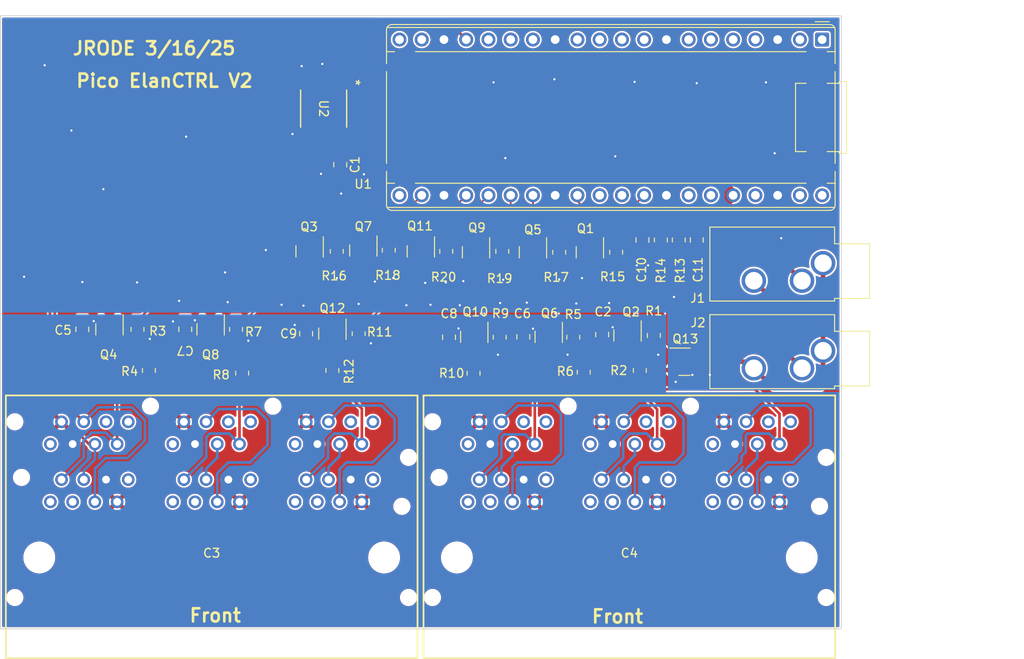
<source format=kicad_pcb>
(kicad_pcb (version 20241229) (generator "pcbnew") (generator_version "9.0")
  (layers (0 "F.Cu" signal) (2 "B.Cu" signal) (13 "F.Paste" user) (15 "B.Paste" user) (5 "F.SilkS" user "F.Silkscreen") (7 "B.SilkS" user "B.Silkscreen") (1 "F.Mask" user) (3 "B.Mask" user) (25 "Edge.Cuts" user))
  (net 0 "")
  (net 1 "+12V")
  (net 2 "GND")
  (net 3 "+3.3V")
  (net 4 "/Level Shifter1/out")
  (net 5 "/rj45S/485+")
  (net 6 "/rj45S/485-")
  (net 7 "/Level Shifter2/in")
  (net 8 "Net-(Q1-D)")
  (net 9 "/Level Shifter1/in")
  (net 10 "/Level Shifter3/in")
  (net 11 "Net-(Q5-D)")
  (net 12 "/Level Shifter4/in")
  (net 13 "Net-(Q7-D)")
  (net 14 "/Level Shifter5/in")
  (net 15 "Net-(Q10-G)")
  (net 16 "/Level Shifter6/in")
  (net 17 "Net-(Q11-D)")
  (net 18 "/Level Shifter2/out")
  (net 19 "/Level Shifter3/out")
  (net 20 "/Level Shifter4/out")
  (net 21 "/Level Shifter5/out")
  (net 22 "/Level Shifter6/out")
  (net 45 "Net-(C3B-B4)")
  (net 46 "Net-(C3B-B5)")
  (net 47 "Net-(C4B-B4)")
  (net 48 "Net-(C4A-A4)")
  (net 49 "Net-(C4C-C4)")
  (net 50 "Net-(C4A-A5)")
  (net 51 "Net-(C4C-C5)")
  (net 52 "Net-(C4B-B5)")
  (net 53 "Net-(Q3-D)")
  (net 90 "Net-(Q13-D)")
  (net 91 "Net-(J1-PadT)")
  (net 93 "Net-(U1-GPIO13)")
  (net 94 "Net-(J2-PadT)")
  (net 95 "Net-(Q13-G)")
  (net 96 "Net-(Q2-D)")
  (net 97 "Net-(Q4-D)")
  (net 98 "Net-(Q6-D)")
  (net 99 "Net-(Q8-D)")
  (net 100 "Net-(Q10-D)")
  (net 101 "Net-(Q12-D)")
  (net 103 "Net-(C3A-A5)")
  (net 104 "Net-(C3A-A4)")
  (footprint "Package_TO_SOT_SMD:SOT-23" (layer "F.Cu") (at 177.6 81.5 -90)
    (property "Reference" "Q2")
    (property "Value" "AO3401A")
  )
  (footprint "Resistor_SMD:R_0805_2012Metric_Pad1.20x1.40mm_HandSolder" (layer "F.Cu") (at 144.4 71.9 90)
    (property "Reference" "R16")
    (property "Value" "10k")
  )
  (footprint "Capacitor_SMD:C_0805_2012Metric_Pad1.18x1.45mm_HandSolder" (layer "F.Cu") (at 127.1 80.8 -90)
    (property "Reference" "C7")
    (property "Value" "10uF")
  )
  (footprint "Package_TO_SOT_SMD:SOT-23" (layer "F.Cu") (at 168.6 81.6625 -90)
    (property "Reference" "Q6")
    (property "Value" "AO3401A")
  )
  (footprint "Resistor_SMD:R_0805_2012Metric_Pad1.20x1.40mm_HandSolder" (layer "F.Cu") (at 169.8 72 90)
    (property "Reference" "R17")
    (property "Value" "10k")
  )
  (footprint "Package_TO_SOT_SMD:SOT-23" (layer "F.Cu") (at 118.45 80.8 -90)
    (property "Reference" "Q4")
    (property "Value" "AO3401A")
  )
  (footprint "Resistor_SMD:R_0805_2012Metric_Pad1.20x1.40mm_HandSolder" (layer "F.Cu") (at 156.9 71.9 90)
    (property "Reference" "R20")
    (property "Value" "10k")
  )
  (footprint "Module:RaspberryPi_Pico_Common_THT" (layer "F.Cu") (at 199.82 47.72 -90)
    (property "Reference" "U1")
    (property "Value" "Pico")
  )
  (footprint "AudioJack:Jack_3.5mm_CUI_SJ1-3533NG_Horizontal_CircularHoles" (layer "F.Cu") (at 199.92 83.25 -90)
    (property "Reference" "J2")
    (property "Value" "AudioJack2")
  )
  (footprint "Package_TO_SOT_SMD:SOT-23" (layer "F.Cu") (at 160.3 72 -90)
    (property "Reference" "Q9")
    (property "Value" "2N7002")
  )
  (footprint "Resistor_SMD:R_0805_2012Metric_Pad1.20x1.40mm_HandSolder" (layer "F.Cu") (at 122.95 85.5 -90)
    (property "Reference" "R4")
    (property "Value" "100")
  )
  (footprint "Library:5569256-1" (layer "F.Cu") (at 158.12 106.85)
    (property "Reference" "C4")
    (property "Value" "CONN MOD JACK 8P8C R/A SHIELDED")
  )
  (footprint "Resistor_SMD:R_0805_2012Metric_Pad1.20x1.40mm_HandSolder" (layer "F.Cu") (at 146.9 81.3 -90)
    (property "Reference" "R11")
    (property "Value" "1k")
  )
  (footprint "Capacitor_SMD:C_0805_2012Metric_Pad1.18x1.45mm_HandSolder" (layer "F.Cu") (at 144.8 62 -90)
    (property "Reference" "C1")
    (property "Value" "10uF")
  )
  (footprint "Resistor_SMD:R_0805_2012Metric_Pad1.20x1.40mm_HandSolder" (layer "F.Cu") (at 163 81.7 -90)
    (property "Reference" "R9")
    (property "Value" "1k")
  )
  (footprint "Resistor_SMD:R_0805_2012Metric_Pad1.20x1.40mm_HandSolder" (layer "F.Cu") (at 179 85.5 -90)
    (property "Reference" "R2")
    (property "Value" "100")
  )
  (footprint "Package_TO_SOT_SMD:SOT-23" (layer "F.Cu") (at 130 80.8 -90)
    (property "Reference" "Q8")
    (property "Value" "AO3401A")
  )
  (footprint "Capacitor_SMD:C_0805_2012Metric_Pad1.18x1.45mm_HandSolder" (layer "F.Cu") (at 165.7 81.6625 -90)
    (property "Reference" "C6")
    (property "Value" "10uF")
  )
  (footprint "Resistor_SMD:R_0805_2012Metric_Pad1.20x1.40mm_HandSolder" (layer "F.Cu") (at 171.4 81.7 -90)
    (property "Reference" "R5")
    (property "Value" "1k")
  )
  (footprint "Resistor_SMD:R_0805_2012Metric_Pad1.20x1.40mm_HandSolder" (layer "F.Cu") (at 183.45 70.6 -90)
    (property "Reference" "R13")
    (property "Value" "100")
  )
  (footprint "Resistor_SMD:R_0805_2012Metric_Pad1.20x1.40mm_HandSolder" (layer "F.Cu") (at 121.65 80.8 -90)
    (property "Reference" "R3")
    (property "Value" "1k")
  )
  (footprint "Package_TO_SOT_SMD:SOT-23" (layer "F.Cu") (at 160.1 81.6625 -90)
    (property "Reference" "Q10")
    (property "Value" "AO3401A")
  )
  (footprint "Package_TO_SOT_SMD:SOT-23" (layer "F.Cu") (at 147.43475 71.79725 -90)
    (property "Reference" "Q7")
    (property "Value" "2N7002")
  )
  (footprint "Capacitor_SMD:C_0805_2012Metric_Pad1.18x1.45mm_HandSolder" (layer "F.Cu") (at 115.35 80.8 -90)
    (property "Reference" "C5")
    (property "Value" "10uF")
  )
  (footprint "Resistor_SMD:R_0805_2012Metric_Pad1.20x1.40mm_HandSolder" (layer "F.Cu") (at 172.6 85.7 -90)
    (property "Reference" "R6")
    (property "Value" "100")
  )
  (footprint "Capacitor_SMD:C_0805_2012Metric_Pad1.18x1.45mm_HandSolder" (layer "F.Cu") (at 179.3 70.6 -90)
    (property "Reference" "C10")
    (property "Value" "10uF")
  )
  (footprint "Package_TO_SOT_SMD:SOT-23" (layer "F.Cu") (at 166.8 72 -90)
    (property "Reference" "Q5")
    (property "Value" "2N7002")
  )
  (footprint "Capacitor_SMD:C_0805_2012Metric_Pad1.18x1.45mm_HandSolder" (layer "F.Cu") (at 140.9 81.3 -90)
    (property "Reference" "C9")
    (property "Value" "10uF")
  )
  (footprint "Library:NSOIC-8" (layer "F.Cu") (at 142.9 55.6 -90)
    (property "Reference" "U2")
    (property "Value" "SP3485")
  )
  (footprint "Capacitor_SMD:C_0805_2012Metric_Pad1.18x1.45mm_HandSolder" (layer "F.Cu") (at 185.5 70.6 -90)
    (property "Reference" "C11")
    (property "Value" "10uF")
  )
  (footprint "Package_TO_SOT_SMD:SOT-23" (layer "F.Cu") (at 143.9 81.3 -90)
    (property "Reference" "Q12")
    (property "Value" "AO3401A")
  )
  (footprint "Resistor_SMD:R_0805_2012Metric_Pad1.20x1.40mm_HandSolder" (layer "F.Cu") (at 163.3 71.9 90)
    (property "Reference" "R19")
    (property "Value" "10k")
  )
  (footprint "Package_TO_SOT_SMD:SOT-23" (layer "F.Cu") (at 173.3 72 -90)
    (property "Reference" "Q1")
    (property "Value" "2N7002")
  )
  (footprint "Capacitor_SMD:C_0805_2012Metric_Pad1.18x1.45mm_HandSolder" (layer "F.Cu") (at 157.22 81.7125 -90)
    (property "Reference" "C8")
    (property "Value" "10uF")
  )
  (footprint "Resistor_SMD:R_0805_2012Metric_Pad1.20x1.40mm_HandSolder" (layer "F.Cu") (at 132.9 80.8 -90)
    (property "Reference" "R7")
    (property "Value" "1k")
  )
  (footprint "Capacitor_SMD:C_0805_2012Metric_Pad1.18x1.45mm_HandSolder" (layer "F.Cu") (at 174.7 81.4 -90)
    (property "Reference" "C2")
    (property "Value" "10uF")
  )
  (footprint "AudioJack:Jack_3.5mm_CUI_SJ1-3533NG_Horizontal_CircularHoles" (layer "F.Cu") (at 199.92 73.25 -90)
    (property "Reference" "J1")
    (property "Value" "AudioJack2")
  )
  (footprint "Library:5569256-1" (layer "F.Cu") (at 110.435 106.85)
    (property "Reference" "C3")
    (property "Value" "CONN MOD JACK 8P8C R/A SHIELDED")
  )
  (footprint "Package_TO_SOT_SMD:SOT-23" (layer "F.Cu") (at 141.3 71.9 -90)
    (property "Reference" "Q3")
    (property "Value" "2N7002")
  )
  (footprint "Resistor_SMD:R_0805_2012Metric_Pad1.20x1.40mm_HandSolder" (layer "F.Cu") (at 176.3 72 90)
    (property "Reference" "R15")
    (property "Value" "10k")
  )
  (footprint "Resistor_SMD:R_0805_2012Metric_Pad1.20x1.40mm_HandSolder" (layer "F.Cu") (at 150.33475 71.76525 90)
    (property "Reference" "R18")
    (property "Value" "10k")
  )
  (footprint "Resistor_SMD:R_0805_2012Metric_Pad1.20x1.40mm_HandSolder" (layer "F.Cu") (at 133.6 85.8 -90)
    (property "Reference" "R8")
    (property "Value" "100")
  )
  (footprint "Resistor_SMD:R_0805_2012Metric_Pad1.20x1.40mm_HandSolder" (layer "F.Cu") (at 180.6 81.5 -90)
    (property "Reference" "R1")
    (property "Value" "1k")
  )
  (footprint "Package_TO_SOT_SMD:SOT-23" (layer "F.Cu") (at 184.1 84.5)
    (property "Reference" "Q13")
    (property "Value" "2N7002")
  )
  (footprint "Resistor_SMD:R_0805_2012Metric_Pad1.20x1.40mm_HandSolder" (layer "F.Cu") (at 160.02 85.8125 -90)
    (property "Reference" "R10")
    (property "Value" "100")
  )
  (footprint "Resistor_SMD:R_0805_2012Metric_Pad1.20x1.40mm_HandSolder" (layer "F.Cu") (at 181.4 70.6 -90)
    (property "Reference" "R14")
    (property "Value" "100")
  )
  (footprint "Resistor_SMD:R_0805_2012Metric_Pad1.20x1.40mm_HandSolder" (layer "F.Cu") (at 143.9 85.5 -90)
    (property "Reference" "R12")
    (property "Value" "100")
  )
  (footprint "Package_TO_SOT_SMD:SOT-23" (layer "F.Cu") (at 154 71.9 -90)
    (property "Reference" "Q11")
    (property "Value" "2N7002")
  )
  (gr_rect (start 106 45) (end 202 115) (stroke (width 0.1)) (fill no) (layer "Edge.Cuts"))
  (gr_text "JRODE 3/16/25" (at 114.1 49.6 0) (layer "F.SilkS") (effects (font (size 1.5 1.5) (thickness 0.3) (bold yes)) (justify left bottom)))
  (gr_text "Pico ElanCTRL V2" (at 114.5 53.3 0) (layer "F.SilkS") (effects (font (size 1.5 1.5) (thickness 0.3) (bold yes)) (justify left bottom)))
  (segment (start 166.7 80.625) (end 166.8 80.725) (width 0.508) (layer "F.Cu") (net 1))
  (segment (start 127.1 79.7625) (end 128.2 79.7625) (width 0.762) (layer "F.Cu") (net 1))
  (segment (start 174.7 80.3625) (end 175.7 80.3625) (width 0.508) (layer "F.Cu") (net 1))
  (segment (start 117.5 79.8625) (end 116.65 79.8625) (width 0.762) (layer "F.Cu") (net 1))
  (segment (start 125.8375 79.7625) (end 125.7 79.9) (width 0.762) (layer "F.Cu") (net 1))
  (segment (start 158.325 80.725) (end 158.3 80.7) (width 0.508) (layer "F.Cu") (net 1))
  (segment (start 122.95 81.8) (end 123.05 81.9) (width 0.508) (layer "F.Cu") (net 1))
  (segment (start 140.9 80.2625) (end 139.6375 80.2625) (width 0.508) (layer "F.Cu") (net 1))
  (segment (start 167.65 80.725) (end 166.8 80.725) (width 0.508) (layer "F.Cu") (net 1))
  (segment (start 129.05 79.8625) (end 128.3 79.8625) (width 0.762) (layer "F.Cu") (net 1))
  (segment (start 165.7 80.625) (end 166.7 80.625) (width 0.508) (layer "F.Cu") (net 1))
  (segment (start 128.3 79.8625) (end 128.2 79.7625) (width 0.762) (layer "F.Cu") (net 1))
  (segment (start 162.8 83.7) (end 162.8 82.9) (width 0.508) (layer "F.Cu") (net 1))
  (segment (start 121.65 81.8) (end 122.95 81.8) (width 0.508) (layer "F.Cu") (net 1))
  (segment (start 176.65 80.5625) (end 175.9 80.5625) (width 0.508) (layer "F.Cu") (net 1))
  (segment (start 158.3 80.7) (end 157.245 80.7) (width 0.508) (layer "F.Cu") (net 1))
  (segment (start 140.9 80.2625) (end 142.85 80.2625) (width 0.508) (layer "F.Cu") (net 1))
  (segment (start 170.75 83.35) (end 171.4 82.7) (width 0.508) (layer "F.Cu") (net 1))
  (segment (start 180.6 82.5) (end 180.6 83.2) (width 0.508) (layer "F.Cu") (net 1))
  (segment (start 170.75 83.7) (end 170.75 83.35) (width 0.508) (layer "F.Cu") (net 1))
  (segment (start 175.7 80.3625) (end 175.9 80.5625) (width 0.508) (layer "F.Cu") (net 1))
  (segment (start 139.6375 80.2625) (end 139.6 80.3) (width 0.508) (layer "F.Cu") (net 1))
  (segment (start 132.9 81.8) (end 134 81.8) (width 0.508) (layer "F.Cu") (net 1))
  (segment (start 134 81.8) (end 134.3 82.1) (width 0.508) (layer "F.Cu") (net 1))
  (segment (start 127.1 79.7625) (end 125.8375 79.7625) (width 0.762) (layer "F.Cu") (net 1))
  (segment (start 148.2 82.3) (end 148.3 82.4) (width 0.508) (layer "F.Cu") (net 1))
  (segment (start 142.85 80.2625) (end 142.95 80.3625) (width 0.508) (layer "F.Cu") (net 1))
  (segment (start 116.55 79.7625) (end 116.65 79.8625) (width 0.508) (layer "F.Cu") (net 1))
  (segment (start 115.35 79.7625) (end 116.55 79.7625) (width 0.508) (layer "F.Cu") (net 1))
  (segment (start 180.6 83.2) (end 181.1 83.7) (width 0.508) (layer "F.Cu") (net 1))
  (segment (start 159.15 80.725) (end 158.325 80.725) (width 0.508) (layer "F.Cu") (net 1))
  (segment (start 146.9 82.3) (end 148.2 82.3) (width 0.508) (layer "F.Cu") (net 1))
  (via (at 170.75 83.7) (size 0.75) (drill 0.25) (layers "F.Cu" "B.Cu") (net 1))
  (via (at 134.3 82.1) (size 0.75) (drill 0.25) (layers "F.Cu" "B.Cu") (net 1))
  (via (at 139.6 80.3) (size 0.75) (drill 0.25) (layers "F.Cu" "B.Cu") (net 1))
  (via (at 162.8 83.7) (size 0.75) (drill 0.25) (layers "F.Cu" "B.Cu") (net 1))
  (via (at 125.7 79.9) (size 0.75) (drill 0.25) (layers "F.Cu" "B.Cu") (net 1))
  (via (at 148.3 82.4) (size 0.75) (drill 0.25) (layers "F.Cu" "B.Cu") (net 1))
  (via (at 181.1 83.7) (size 0.75) (drill 0.25) (layers "F.Cu" "B.Cu") (net 1))
  (via (at 116.65 79.8625) (size 0.75) (drill 0.25) (layers "F.Cu" "B.Cu") (net 1))
  (via (at 128.2 79.7625) (size 0.75) (drill 0.25) (layers "F.Cu" "B.Cu") (net 1))
  (via (at 158.3 80.7) (size 0.75) (drill 0.25) (layers "F.Cu" "B.Cu") (net 1))
  (via (at 166.8 80.725) (size 0.75) (drill 0.25) (layers "F.Cu" "B.Cu") (net 1))
  (via (at 175.9 80.5625) (size 0.75) (drill 0.25) (layers "F.Cu" "B.Cu") (net 1))
  (via (at 123.05 81.9) (size 0.75) (drill 0.25) (layers "F.Cu" "B.Cu") (net 1))
  (via (at 182.9 77.1) (size 0.75) (drill 0.25) (layers "F.Cu" "B.Cu") (net 2))
  (via (at 169.25 52.25) (size 0.75) (drill 0.25) (layers "F.Cu" "B.Cu") (net 2))
  (via (at 158.45 78.05) (size 0.75) (drill 0.25) (layers "F.Cu" "B.Cu") (net 2))
  (via (at 172.4 74.95) (size 0.75) (drill 0.25) (layers "F.Cu" "B.Cu") (net 2))
  (via (at 175.5 77.8) (size 0.75) (drill 0.25) (layers "F.Cu" "B.Cu") (net 2))
  (via (at 154.5 75.5) (size 0.75) (drill 0.25) (layers "F.Cu" "B.Cu") (net 2))
  (via (at 121.6 75.45) (size 0.75) (drill 0.25) (layers "F.Cu" "B.Cu") (net 2))
  (via (at 146.9 77.9) (size 0.75) (drill 0.25) (layers "F.Cu" "B.Cu") (net 2))
  (via (at 126.4 77.55) (size 0.75) (drill 0.25) (layers "F.Cu" "B.Cu") (net 2))
  (via (at 195.15 70.4) (size 0.75) (drill 0.25) (layers "F.Cu" "B.Cu") (net 2))
  (via (at 176.2 61.05) (size 0.75) (drill 0.25) (layers "F.Cu" "B.Cu") (net 2))
  (via (at 142.6 63.05) (size 0.75) (drill 0.25) (layers "F.Cu" "B.Cu") (net 2))
  (via (at 114.1 58.1) (size 0.75) (drill 0.25) (layers "F.Cu" "B.Cu") (net 2))
  (via (at 179.95 73.5) (size 0.75) (drill 0.25) (layers "F.Cu" "B.Cu") (net 2))
  (via (at 185 86) (size 0.75) (drill 0.25) (layers "F.Cu" "B.Cu") (net 2))
  (via (at 162.3 52.6) (size 0.75) (drill 0.25) (layers "F.Cu" "B.Cu") (net 2))
  (via (at 138.1 78) (size 0.75) (drill 0.25) (layers "F.Cu" "B.Cu") (net 2))
  (via (at 140.6 78.1) (size 0.75) (drill 0.25) (layers "F.Cu" "B.Cu") (net 2))
  (via (at 144.4 74.95) (size 0.75) (drill 0.25) (layers "F.Cu" "B.Cu") (net 2))
  (via (at 108.7 74.8) (size 0.75) (drill 0.25) (layers "F.Cu" "B.Cu") (net 2))
  (via (at 127.2 58.8) (size 0.75) (drill 0.25) (layers "F.Cu" "B.Cu") (net 2))
  (via (at 144.9 65.3) (size 0.75) (drill 0.25) (layers "F.Cu" "B.Cu") (net 2))
  (via (at 131.65 74.3) (size 0.75) (drill 0.25) (layers "F.Cu" "B.Cu") (net 2))
  (via (at 136.3 71.75) (size 0.75) (drill 0.25) (layers "F.Cu" "B.Cu") (net 2))
  (via (at 150.85 74.95) (size 0.75) (drill 0.25) (layers "F.Cu" "B.Cu") (net 2))
  (via (at 178.65 73.5) (size 0.75) (drill 0.25) (layers "F.Cu" "B.Cu") (net 2))
  (via (at 117.75 64.8) (size 0.75) (drill 0.25) (layers "F.Cu" "B.Cu") (net 2))
  (via (at 193.4 52.6) (size 0.75) (drill 0.25) (layers "F.Cu" "B.Cu") (net 2))
  (via (at 152.35 78.05) (size 0.75) (drill 0.25) (layers "F.Cu" "B.Cu") (net 2))
  (via (at 166.1 77.75) (size 0.75) (drill 0.25) (layers "F.Cu" "B.Cu") (net 2))
  (via (at 187 86) (size 0.75) (drill 0.25) (layers "F.Cu" "B.Cu") (net 2))
  (via (at 163.4 75.15) (size 0.75) (drill 0.25) (layers "F.Cu" "B.Cu") (net 2))
  (via (at 171.75 77.85) (size 0.75) (drill 0.25) (layers "F.Cu" "B.Cu") (net 2))
  (via (at 115.35 75.4) (size 0.75) (drill 0.25) (layers "F.Cu" "B.Cu") (net 2))
  (via (at 111.05 50.65) (size 0.75) (drill 0.25) (layers "F.Cu" "B.Cu") (net 2))
  (via (at 148.75 75.35) (size 0.75) (drill 0.25) (layers "F.Cu" "B.Cu") (net 2))
  (via (at 163.05 77.8) (size 0.75) (drill 0.25) (layers "F.Cu" "B.Cu") (net 2))
  (via (at 163.65 61.25) (size 0.75) (drill 0.25) (layers "F.Cu" "B.Cu") (net 2))
  (via (at 158.85 75.3) (size 0.75) (drill 0.25) (layers "F.Cu" "B.Cu") (net 2))
  (via (at 147.5 63.1) (size 0.75) (drill 0.25) (layers "F.Cu" "B.Cu") (net 2))
  (via (at 155.1 78) (size 0.75) (drill 0.25) (layers "F.Cu" "B.Cu") (net 2))
  (via (at 139.35 58.5) (size 0.75) (drill 0.25) (layers "F.Cu" "B.Cu") (net 2))
  (via (at 131.95 77.7) (size 0.75) (drill 0.25) (layers "F.Cu" "B.Cu") (net 2))
  (via (at 156.85 75.45) (size 0.75) (drill 0.25) (layers "F.Cu" "B.Cu") (net 2))
  (via (at 169.8 75.1) (size 0.75) (drill 0.25) (layers "F.Cu" "B.Cu") (net 2))
  (via (at 140.4 50.75) (size 0.75) (drill 0.25) (layers "F.Cu" "B.Cu") (net 2))
  (via (at 142.75 50.5) (size 0.75) (drill 0.25) (layers "F.Cu" "B.Cu") (net 2))
  (via (at 185.5 52.7) (size 0.75) (drill 0.25) (layers "F.Cu" "B.Cu") (net 2))
  (via (at 178.4 52.55) (size 0.75) (drill 0.25) (layers "F.Cu" "B.Cu") (net 2))
  (via (at 183.1 86.8) (size 0.75) (drill 0.25) (layers "F.Cu" "B.Cu") (net 2))
  (via (at 194.4 60.7) (size 0.75) (drill 0.25) (layers "F.Cu" "B.Cu") (net 2))
  (segment (start 185.1225 60.9225) (end 180.7 56.5) (width 1.27) (layer "F.Cu") (net 3))
  (segment (start 179.3 69.5625) (end 181.3625 69.5625) (width 1.27) (layer "F.Cu") (net 3))
  (segment (start 144.805 58.32415) (end 144.805 60.9575) (width 1.27) (layer "F.Cu") (net 3))
  (segment (start 180.7 56.5) (end 146.62915 56.5) (width 1.27) (layer "F.Cu") (net 3))
  (segment (start 146.62915 56.5) (end 144.805 58.32415) (width 1.27) (layer "F.Cu") (net 3))
  (segment (start 189.66 65.5) (end 185.1225 60.9625) (width 1.27) (layer "F.Cu") (net 3))
  (segment (start 183.45 69.6) (end 181.4 69.6) (width 1.27) (layer "F.Cu") (net 3))
  (segment (start 185.5 69.5625) (end 183.4875 69.5625) (width 1.27) (layer "F.Cu") (net 3))
  (segment (start 183.4875 69.5625) (end 183.45 69.6) (width 1.27) (layer "F.Cu") (net 3))
  (segment (start 189.5625 65.5) (end 185.5 69.5625) (width 1.27) (layer "F.Cu") (net 3))
  (segment (start 181.3625 69.5625) (end 181.4 69.6) (width 1.27) (layer "F.Cu") (net 3))
  (segment (start 185.1225 60.9625) (end 185.1225 60.9225) (width 1.27) (layer "F.Cu") (net 3))
  (segment (start 181.7 87.65) (end 192.15 87.65) (width 0.3048) (layer "F.Cu") (net 4))
  (segment (start 192.15 87.65) (end 194.95 90.45) (width 0.3048) (layer "F.Cu") (net 4))
  (segment (start 179 86.5) (end 180.55 86.5) (width 0.3048) (layer "F.Cu") (net 4))
  (segment (start 180.55 86.5) (end 181.7 87.65) (width 0.3048) (layer "F.Cu") (net 4))
  (segment (start 194.95 90.45) (end 194.95 93.9) (width 0.3048) (layer "F.Cu") (net 4))
  (segment (start 190.6 95.3) (end 190.6 95.96) (width 0.3048) (layer "B.Cu") (net 4))
  (segment (start 191.1 92.9) (end 191.1 94.8) (width 0.3048) (layer "B.Cu") (net 4))
  (segment (start 190.6 95.96) (end 188.6 97.96) (width 0.3048) (layer "B.Cu") (net 4))
  (segment (start 193.75 92.7) (end 191.3 92.7) (width 0.3048) (layer "B.Cu") (net 4))
  (segment (start 194.95 93.9) (end 193.75 92.7) (width 0.3048) (layer "B.Cu") (net 4))
  (segment (start 191.1 94.8) (end 190.6 95.3) (width 0.3048) (layer "B.Cu") (net 4))
  (segment (start 191.3 92.7) (end 191.1 92.9) (width 0.3048) (layer "B.Cu") (net 4))
  (segment (start 114.2 90.75) (end 111.65 88.2) (width 0.3048) (layer "F.Cu") (net 5))
  (segment (start 114.2 92) (end 114.2 90.75) (width 0.3048) (layer "F.Cu") (net 5))
  (segment (start 111.65 88.2) (end 111.65 70.75) (width 0.3048) (layer "F.Cu") (net 5))
  (segment (start 142.265 59.535) (end 142.265 58.32415) (width 0.3048) (layer "F.Cu") (net 5))
  (segment (start 116.1 93.9) (end 114.2 92) (width 0.3048) (layer "F.Cu") (net 5))
  (segment (start 112.8 69.6) (end 132.2 69.6) (width 0.3048) (layer "F.Cu") (net 5))
  (segment (start 111.65 70.75) (end 112.8 69.6) (width 0.3048) (layer "F.Cu") (net 5))
  (segment (start 116.785 93.9) (end 116.1 93.9) (width 0.3048) (layer "F.Cu") (net 5))
  (segment (start 132.2 69.6) (end 142.265 59.535) (width 0.3048) (layer "F.Cu") (net 5))
  (segment (start 116.785 95.664696) (end 116.785 93.9) (width 0.3048) (layer "B.Cu") (net 5))
  (segment (start 115.515 96.934696) (end 116.785 95.664696) (width 0.3048) (layer "B.Cu") (net 5))
  (segment (start 115.515 97.96) (end 115.515 96.934696) (width 0.3048) (layer "B.Cu") (net 5))
  (segment (start 112.2 71.3) (end 112.2 88.03469) (width 0.3048) (layer "F.Cu") (net 6))
  (segment (start 113.2 70.3) (end 112.2 71.3) (width 0.3048) (layer "F.Cu") (net 6))
  (segment (start 132.7 70.3) (end 113.2 70.3) (width 0.3048) (layer "F.Cu") (net 6))
  (segment (start 114.7058 90.5508) (end 115.515 91.36) (width 0.3048) (layer "F.Cu") (net 6))
  (segment (start 114.7058 90.54049) (end 114.7058 90.5508) (width 0.3048) (layer "F.Cu") (net 6))
  (segment (start 143.535 58.32415) (end 143.535 59.465) (width 0.3048) (layer "F.Cu") (net 6))
  (segment (start 112.2 88.03469) (end 114.7058 90.54049) (width 0.3048) (layer "F.Cu") (net 6))
  (segment (start 143.535 59.465) (end 132.7 70.3) (width 0.3048) (layer "F.Cu") (net 6))
  (segment (start 121 89.7) (end 117.175 89.7) (width 0.3048) (layer "B.Cu") (net 6))
  (segment (start 120.5 95.5) (end 122.5 93.5) (width 0.3048) (layer "B.Cu") (net 6))
  (segment (start 122.5 93.5) (end 122.5 91.2) (width 0.3048) (layer "B.Cu") (net 6))
  (segment (start 116.785 96.715) (end 118 95.5) (width 0.3048) (layer "B.Cu") (net 6))
  (segment (start 116.785 100.5) (end 116.785 96.715) (width 0.3048) (layer "B.Cu") (net 6))
  (segment (start 122.5 91.2) (end 121 89.7) (width 0.3048) (layer "B.Cu") (net 6))
  (segment (start 118 95.5) (end 120.5 95.5) (width 0.3048) (layer "B.Cu") (net 6))
  (segment (start 117.175 89.7) (end 115.515 91.36) (width 0.3048) (layer "B.Cu") (net 6))
  (segment (start 144.4 70.9) (end 142.3125 70.9) (width 0.2032) (layer "F.Cu") (net 7))
  (segment (start 144.4 69.9) (end 146.8 67.5) (width 0.2032) (layer "F.Cu") (net 7))
  (segment (start 144.4 70.9) (end 144.4 69.9) (width 0.2032) (layer "F.Cu") (net 7))
  (segment (start 146.8 67.5) (end 152.1 67.5) (width 0.2032) (layer "F.Cu") (net 7))
  (segment (start 152.1 67.5) (end 154.1 65.5) (width 0.2032) (layer "F.Cu") (net 7))
  (segment (start 178.55 80.5625) (end 178.55 78.1875) (width 0.2032) (layer "F.Cu") (net 8))
  (segment (start 173.3 72.9375) (end 178.55 78.1875) (width 0.2032) (layer "F.Cu") (net 8))
  (segment (start 180.6 80.5) (end 178.6125 80.5) (width 0.2032) (layer "F.Cu") (net 8))
  (segment (start 174.25 71.0625) (end 174.25 68.55) (width 0.2032) (layer "F.Cu") (net 9))
  (segment (start 174.25 68.55) (end 171.88 66.18) (width 0.2032) (layer "F.Cu") (net 9))
  (segment (start 176.3 71) (end 174.3125 71) (width 0.2032) (layer "F.Cu") (net 9))
  (segment (start 169.8 71) (end 167.8125 71) (width 0.2032) (layer "F.Cu") (net 10))
  (segment (start 167.75 71.0625) (end 167.75 69.05) (width 0.2032) (layer "F.Cu") (net 10))
  (segment (start 166.8 68.1) (end 166.8 65.5) (width 0.2032) (layer "F.Cu") (net 10))
  (segment (start 167.75 69.05) (end 166.8 68.1) (width 0.2032) (layer "F.Cu") (net 10))
  (segment (start 166.8 75.8) (end 166.8 72.9375) (width 0.2032) (layer "F.Cu") (net 11))
  (segment (start 169.55 80.725) (end 169.55 78.55) (width 0.2032) (layer "F.Cu") (net 11))
  (segment (start 169.55 78.55) (end 166.8 75.8) (width 0.2032) (layer "F.Cu") (net 11))
  (segment (start 171.4 80.7) (end 169.575 80.7) (width 0.2032) (layer "F.Cu") (net 11))
  (segment (start 150.33475 70.76525) (end 148.47925 70.76525) (width 0.2032) (layer "F.Cu") (net 12))
  (segment (start 150.33475 70.76525) (end 152.9 68.2) (width 0.2032) (layer "F.Cu") (net 12))
  (segment (start 156.48 68.2) (end 159.18 65.5) (width 0.2032) (layer "F.Cu") (net 12))
  (segment (start 152.9 68.2) (end 156.48 68.2) (width 0.2032) (layer "F.Cu") (net 12))
  (segment (start 132.9 79.8) (end 131.0125 79.8) (width 0.2032) (layer "F.Cu") (net 13))
  (segment (start 147.43475 74.46525) (end 145.05 76.85) (width 0.2032) (layer "F.Cu") (net 13))
  (segment (start 136.85 76.85) (end 133.9 79.8) (width 0.2032) (layer "F.Cu") (net 13))
  (segment (start 147.43475 72.73475) (end 147.43475 74.46525) (width 0.2032) (layer "F.Cu") (net 13))
  (segment (start 133.9 79.8) (end 132.9 79.8) (width 0.2032) (layer "F.Cu") (net 13))
  (segment (start 145.05 76.85) (end 136.85 76.85) (width 0.2032) (layer "F.Cu") (net 13))
  (segment (start 163.3 68.1) (end 163.3 70.9) (width 0.2032) (layer "F.Cu") (net 14))
  (segment (start 163.3 70.9) (end 161.4125 70.9) (width 0.2032) (layer "F.Cu") (net 14))
  (segment (start 164.26 65.5) (end 164.26 67.14) (width 0.2032) (layer "F.Cu") (net 14))
  (segment (start 164.26 67.14) (end 163.3 68.1) (width 0.2032) (layer "F.Cu") (net 14))
  (segment (start 161.05 78.15) (end 160.3 77.4) (width 0.2032) (layer "F.Cu") (net 15))
  (segment (start 160.3 77.4) (end 160.3 72.9375) (width 0.2032) (layer "F.Cu") (net 15))
  (segment (start 163 80.7) (end 161.075 80.7) (width 0.2032) (layer "F.Cu") (net 15))
  (segment (start 161.05 80.725) (end 161.05 78.15) (width 0.2032) (layer "F.Cu") (net 15))
  (segment (start 156.9 70.32) (end 161.72 65.5) (width 0.2032) (layer "F.Cu") (net 16))
  (segment (start 156.9 70.9) (end 155.0125 70.9) (width 0.2032) (layer "F.Cu") (net 16))
  (segment (start 156.9 70.9) (end 156.9 70.32) (width 0.2032) (layer "F.Cu") (net 16))
  (segment (start 147.6 80.3) (end 146.9 80.3) (width 0.2032) (layer "F.Cu") (net 17))
  (segment (start 154 73.9) (end 147.6 80.3) (width 0.2032) (layer "F.Cu") (net 17))
  (segment (start 144.85 80.3625) (end 146.8375 80.3625) (width 0.2032) (layer "F.Cu") (net 17))
  (segment (start 154 72.8375) (end 154 73.9) (width 0.2032) (layer "F.Cu") (net 17))
  (segment (start 119.325 93.9) (end 119.325 89.25) (width 0.3048) (layer "F.Cu") (net 18))
  (segment (start 122.075 86.5) (end 119.325 89.25) (width 0.25) (layer "F.Cu") (net 18))
  (segment (start 122.95 86.5) (end 122.075 86.5) (width 0.25) (layer "F.Cu") (net 18))
  (segment (start 115.5 93.5) (end 116.4 92.6) (width 0.3048) (layer "B.Cu") (net 18))
  (segment (start 115.5 95.435) (end 115.5 93.5) (width 0.3048) (layer "B.Cu") (net 18))
  (segment (start 112.975 97.96) (end 115.5 95.435) (width 0.3048) (layer "B.Cu") (net 18))
  (segment (start 118.025 92.6) (end 119.325 93.9) (width 0.3048) (layer "B.Cu") (net 18))
  (segment (start 116.4 92.6) (end 118.025 92.6) (width 0.3048) (layer "B.Cu") (net 18))
  (segment (start 174.25 88.35) (end 172.6 86.7) (width 0.3048) (layer "F.Cu") (net 19))
  (segment (start 180.98 93.9) (end 180.98 89.93) (width 0.3048) (layer "F.Cu") (net 19))
  (segment (start 180.98 89.93) (end 179.4 88.35) (width 0.3048) (layer "F.Cu") (net 19))
  (segment (start 179.4 88.35) (end 174.25 88.35) (width 0.3048) (layer "F.Cu") (net 19))
  (segment (start 177.1 93.4) (end 177.1 95.49) (width 0.3048) (layer "B.Cu") (net 19))
  (segment (start 180.98 93.9) (end 179.78 92.7) (width 0.3048) (layer "B.Cu") (net 19))
  (segment (start 179.78 92.7) (end 177.8 92.7) (width 0.3048) (layer "B.Cu") (net 19))
  (segment (start 177.1 95.49) (end 174.63 97.96) (width 0.3048) (layer "B.Cu") (net 19))
  (segment (start 177.8 92.7) (end 177.1 93.4) (width 0.3048) (layer "B.Cu") (net 19))
  (segment (start 133.295 93.9) (end 133.295 87.105) (width 0.3048) (layer "F.Cu") (net 20))
  (segment (start 129.9 92.7) (end 132.095 92.7) (width 0.3048) (layer "B.Cu") (net 20))
  (segment (start 129.5 93.1) (end 129.9 92.7) (width 0.3048) (layer "B.Cu") (net 20))
  (segment (start 129.5 95.405) (end 129.5 93.1) (width 0.3048) (layer "B.Cu") (net 20))
  (segment (start 132.095 92.7) (end 133.295 93.9) (width 0.3048) (layer "B.Cu") (net 20))
  (segment (start 126.945 97.96) (end 129.5 95.405) (width 0.3048) (layer "B.Cu") (net 20))
  (segment (start 167.01 93.9) (end 167.01 88.86) (width 0.3048) (layer "F.Cu") (net 21))
  (segment (start 164.9625 86.8125) (end 160.02 86.8125) (width 0.3048) (layer "F.Cu") (net 21))
  (segment (start 167.01 88.86) (end 164.9625 86.8125) (width 0.3048) (layer "F.Cu") (net 21))
  (segment (start 163.2 95.42) (end 160.66 97.96) (width 0.3048) (layer "B.Cu") (net 21))
  (segment (start 167.01 93.9) (end 165.91 92.8) (width 0.3048) (layer "B.Cu") (net 21))
  (segment (start 163.5 92.8) (end 163.2 93.1) (width 0.3048) (layer "B.Cu") (net 21))
  (segment (start 165.91 92.8) (end 163.5 92.8) (width 0.3048) (layer "B.Cu") (net 21))
  (segment (start 163.2 93.1) (end 163.2 95.42) (width 0.3048) (layer "B.Cu") (net 21))
  (segment (start 147.265 89.865) (end 143.9 86.5) (width 0.3048) (layer "F.Cu") (net 22))
  (segment (start 147.265 93.9) (end 147.265 89.865) (width 0.3048) (layer "F.Cu") (net 22))
  (segment (start 147.265 93.9) (end 146.065 92.7) (width 0.3048) (layer "B.Cu") (net 22))
  (segment (start 146.065 92.7) (end 144.1 92.7) (width 0.3048) (layer "B.Cu") (net 22))
  (segment (start 143.4 95.475) (end 140.915 97.96) (width 0.3048) (layer "B.Cu") (net 22))
  (segment (start 143.4 93.4) (end 143.4 95.475) (width 0.3048) (layer "B.Cu") (net 22))
  (segment (start 144.1 92.7) (end 143.4 93.4) (width 0.3048) (layer "B.Cu") (net 22))
  (segment (start 129.485 97.96) (end 129.485 96.715) (width 0.3048) (layer "B.Cu") (net 45))
  (segment (start 129.485 96.715) (end 130.755 95.445) (width 0.3048) (layer "B.Cu") (net 45))
  (segment (start 130.755 95.445) (end 130.755 93.9) (width 0.3048) (layer "B.Cu") (net 45))
  (segment (start 130.755 100.5) (end 130.755 97.245) (width 0.3048) (layer "B.Cu") (net 46))
  (segment (start 130.755 97.245) (end 132 96) (width 0.3048) (layer "B.Cu") (net 46))
  (segment (start 134.5 96) (end 136.5 94) (width 0.3048) (layer "B.Cu") (net 46))
  (segment (start 136.5 94) (end 136.5 91.2) (width 0.3048) (layer "B.Cu") (net 46))
  (segment (start 136.5 91.2) (end 135.2 89.9) (width 0.3048) (layer "B.Cu") (net 46))
  (segment (start 132 96) (end 134.5 96) (width 0.3048) (layer "B.Cu") (net 46))
  (segment (start 135.2 89.9) (end 130.945 89.9) (width 0.3048) (layer "B.Cu") (net 46))
  (segment (start 130.945 89.9) (end 129.485 91.36) (width 0.3048) (layer "B.Cu") (net 46))
  (segment (start 177.17 96.43) (end 177.17 97.96) (width 0.3048) (layer "B.Cu") (net 47))
  (segment (start 178.44 93.9) (end 178.44 95.16) (width 0.3048) (layer "B.Cu") (net 47))
  (segment (start 178.44 95.16) (end 177.17 96.43) (width 0.3048) (layer "B.Cu") (net 47))
  (segment (start 191.14 96.76) (end 191.14 97.96) (width 0.3048) (layer "B.Cu") (net 48))
  (segment (start 192.41 93.9) (end 192.41 95.49) (width 0.3048) (layer "B.Cu") (net 48))
  (segment (start 192.41 95.49) (end 191.14 96.76) (width 0.3048) (layer "B.Cu") (net 48))
  (segment (start 164.47 95.23) (end 163.2 96.5) (width 0.3048) (layer "B.Cu") (net 49))
  (segment (start 164.47 93.9) (end 164.47 95.23) (width 0.3048) (layer "B.Cu") (net 49))
  (segment (start 163.2 96.5) (end 163.2 97.96) (width 0.3048) (layer "B.Cu") (net 49))
  (segment (start 198.5 94) (end 198.5 90) (width 0.3048) (layer "B.Cu") (net 50))
  (segment (start 193.5 96) (end 196.5 96) (width 0.3048) (layer "B.Cu") (net 50))
  (segment (start 192.41 97.09) (end 193.5 96) (width 0.3048) (layer "B.Cu") (net 50))
  (segment (start 198 89.5) (end 193 89.5) (width 0.3048) (layer "B.Cu") (net 50))
  (segment (start 193 89.5) (end 191.14 91.36) (width 0.3048) (layer "B.Cu") (net 50))
  (segment (start 198.5 90) (end 198 89.5) (width 0.3048) (layer "B.Cu") (net 50))
  (segment (start 192.41 100.5) (end 192.41 97.09) (width 0.3048) (layer "B.Cu") (net 50))
  (segment (start 196.5 96) (end 198.5 94) (width 0.3048) (layer "B.Cu") (net 50))
  (segment (start 165.06 89.5) (end 169 89.5) (width 0.3048) (layer "B.Cu") (net 51))
  (segment (start 169 96) (end 165 96) (width 0.3048) (layer "B.Cu") (net 51))
  (segment (start 170 95) (end 169 96) (width 0.3048) (layer "B.Cu") (net 51))
  (segment (start 163.2 91.36) (end 165.06 89.5) (width 0.3048) (layer "B.Cu") (net 51))
  (segment (start 164.47 96.53) (end 164.47 100.5) (width 0.3048) (layer "B.Cu") (net 51))
  (segment (start 170 90.5) (end 170 95) (width 0.3048) (layer "B.Cu") (net 51))
  (segment (start 169 89.5) (end 170 90.5) (width 0.3048) (layer "B.Cu") (net 51))
  (segment (start 165 96) (end 164.47 96.53) (width 0.3048) (layer "B.Cu") (net 51))
  (segment (start 184 95) (end 184 91) (width 0.3048) (layer "B.Cu") (net 52))
  (segment (start 183 96) (end 184 95) (width 0.3048) (layer "B.Cu") (net 52))
  (segment (start 182.5 89.5) (end 179.03 89.5) (width 0.3048) (layer "B.Cu") (net 52))
  (segment (start 184 91) (end 182.5 89.5) (width 0.3048) (layer "B.Cu") (net 52))
  (segment (start 178.44 96.56) (end 179 96) (width 0.3048) (layer "B.Cu") (net 52))
  (segment (start 179.03 89.5) (end 177.17 91.36) (width 0.3048) (layer "B.Cu") (net 52))
  (segment (start 179 96) (end 183 96) (width 0.3048) (layer "B.Cu") (net 52))
  (segment (start 178.44 100.5) (end 178.44 96.56) (width 0.3048) (layer "B.Cu") (net 52))
  (segment (start 121.3875 79.8625) (end 119.4 79.8625) (width 0.2032) (layer "F.Cu") (net 53))
  (segment (start 141.3 72.8375) (end 138.3375 75.8) (width 0.25) (layer "F.Cu") (net 53))
  (segment (start 138.3375 75.8) (end 125.65 75.8) (width 0.25) (layer "F.Cu") (net 53))
  (segment (start 125.65 75.8) (end 121.65 79.8) (width 0.25) (layer "F.Cu") (net 53))
  (segment (start 199.7 87.5) (end 199.92 87.28) (width 0.508) (layer "F.Cu") (net 90))
  (segment (start 192.02 85.25) (end 194.27 87.5) (width 0.508) (layer "F.Cu") (net 90))
  (segment (start 192.02 75.25) (end 195.77 79) (width 0.508) (layer "F.Cu") (net 90))
  (segment (start 199.92 73.25) (end 199.92 79) (width 0.508) (layer "F.Cu") (net 90))
  (segment (start 199.92 87.28) (end 199.92 83.25) (width 0.508) (layer "F.Cu") (net 90))
  (segment (start 185.0375 84.5) (end 191.27 84.5) (width 0.508) (layer "F.Cu") (net 90))
  (segment (start 199.92 79) (end 199.92 83.25) (width 0.508) (layer "F.Cu") (net 90))
  (segment (start 195.77 79) (end 199.92 79) (width 0.508) (layer "F.Cu") (net 90))
  (segment (start 194.27 87.5) (end 199.7 87.5) (width 0.508) (layer "F.Cu") (net 90))
  (segment (start 195.135 72.865) (end 197.52 75.25) (width 0.508) (layer "F.Cu") (net 91))
  (segment (start 183.45 71.85) (end 185.2 73.6) (width 0.508) (layer "F.Cu") (net 91))
  (segment (start 189.935 72.865) (end 195.135 72.865) (width 0.508) (layer "F.Cu") (net 91))
  (segment (start 185.2 73.6) (end 189.2 73.6) (width 0.508) (layer "F.Cu") (net 91))
  (segment (start 189.2 73.6) (end 189.935 72.865) (width 0.508) (layer "F.Cu") (net 91))
  (segment (start 157.26 45.8) (end 148.3 45.8) (width 0.3048) (layer "F.Cu") (net 93))
  (segment (start 159.18 47.72) (end 157.26 45.8) (width 0.3048) (layer "F.Cu") (net 93))
  (segment (start 144.805 49.295) (end 144.805 52.87585) (width 0.3048) (layer "F.Cu") (net 93))
  (segment (start 148.3 45.8) (end 144.805 49.295) (width 0.3048) (layer "F.Cu") (net 93))
  (segment (start 181.4 71.6) (end 181.4 72.8) (width 0.508) (layer "F.Cu") (net 94))
  (segment (start 181.4 72.8) (end 184.5 75.9) (width 0.508) (layer "F.Cu") (net 94))
  (segment (start 184.5 75.9) (end 188.17 75.9) (width 0.508) (layer "F.Cu") (net 94))
  (segment (start 188.17 75.9) (end 197.52 85.25) (width 0.508) (layer "F.Cu") (net 94))
  (segment (start 177.4 67.6) (end 177.4 74.15) (width 0.2032) (layer "F.Cu") (net 95))
  (segment (start 182.1 82.4875) (end 183.1625 83.55) (width 0.2032) (layer "F.Cu") (net 95))
  (segment (start 182.1 78.85) (end 182.1 82.4875) (width 0.2032) (layer "F.Cu") (net 95))
  (segment (start 179.5 65.5) (end 177.4 67.6) (width 0.2032) (layer "F.Cu") (net 95))
  (segment (start 177.4 74.15) (end 182.1 78.85) (width 0.2032) (layer "F.Cu") (net 95))
  (segment (start 177.6 82.4375) (end 177.6 83.1) (width 0.3048) (layer "F.Cu") (net 96))
  (segment (start 177.6 83.1) (end 179 84.5) (width 0.3048) (layer "F.Cu") (net 96))
  (segment (start 121.2125 84.5) (end 118.45 81.7375) (width 0.3048) (layer "F.Cu") (net 97))
  (segment (start 122.95 84.5) (end 121.2125 84.5) (width 0.3048) (layer "F.Cu") (net 97))
  (segment (start 168.6 83.4) (end 169.9 84.7) (width 0.3048) (layer "F.Cu") (net 98))
  (segment (start 168.6 82.6) (end 168.6 83.4) (width 0.3048) (layer "F.Cu") (net 98))
  (segment (start 169.9 84.7) (end 172.6 84.7) (width 0.3048) (layer "F.Cu") (net 98))
  (segment (start 133.0625 84.8) (end 130 81.7375) (width 0.3048) (layer "F.Cu") (net 99))
  (segment (start 160.1 82.6) (end 160.1 84.7325) (width 0.3048) (layer "F.Cu") (net 100))
  (segment (start 143.9 82.2375) (end 143.9 84.5) (width 0.3048) (layer "F.Cu") (net 101))
  (segment (start 145.315 89.5) (end 143.455 91.36) (width 0.3048) (layer "B.Cu") (net 103))
  (segment (start 145.5 96) (end 148.5 96) (width 0.3048) (layer "B.Cu") (net 103))
  (segment (start 148.5 96) (end 151 93.5) (width 0.3048) (layer "B.Cu") (net 103))
  (segment (start 151 93.5) (end 151 91) (width 0.3048) (layer "B.Cu") (net 103))
  (segment (start 144.725 96.775) (end 145.5 96) (width 0.3048) (layer "B.Cu") (net 103))
  (segment (start 151 91) (end 149.5 89.5) (width 0.3048) (layer "B.Cu") (net 103))
  (segment (start 149.5 89.5) (end 145.315 89.5) (width 0.3048) (layer "B.Cu") (net 103))
  (segment (start 144.725 100.5) (end 144.725 96.775) (width 0.3048) (layer "B.Cu") (net 103))
  (segment (start 143.455 96.545) (end 143.455 97.96) (width 0.3048) (layer "B.Cu") (net 104))
  (segment (start 144.725 93.9) (end 144.725 95.275) (width 0.3048) (layer "B.Cu") (net 104))
  (segment (start 144.725 95.275) (end 143.455 96.545) (width 0.3048) (layer "B.Cu") (net 104))
  (zone (net 2) (net_name "GND") (layer "F.Cu") (priority 1) (connect_pads (clearance 0.15)) (min_thickness 0.25) (fill yes (thermal_gap 0.5) (thermal_bridge_width 0.5))
    (polygon (pts (xy 106 115) (xy 202 115) (xy 202 45) (xy 106 45)))
  )
  (zone (net 2) (net_name "GND") (layer "B.Cu") (priority 1) (connect_pads yes (clearance 0.15)) (min_thickness 0.25) (fill yes (thermal_gap 0.5) (thermal_bridge_width 0.5))
    (polygon (pts (xy 106 79.1) (xy 182 79.1) (xy 182 88) (xy 202 87.95) (xy 202 43.2) (xy 106 43.2)))
  )
  (zone (net 1) (net_name "+12V") (layer "B.Cu") (priority 1) (connect_pads yes (clearance 0.15)) (min_thickness 0.25) (fill yes (thermal_gap 0.5) (thermal_bridge_width 0.5))
    (polygon (pts (xy 106 115) (xy 202 115) (xy 202 87.95) (xy 182 88) (xy 182 79.1) (xy 106 79.1)))
  )
)
</source>
